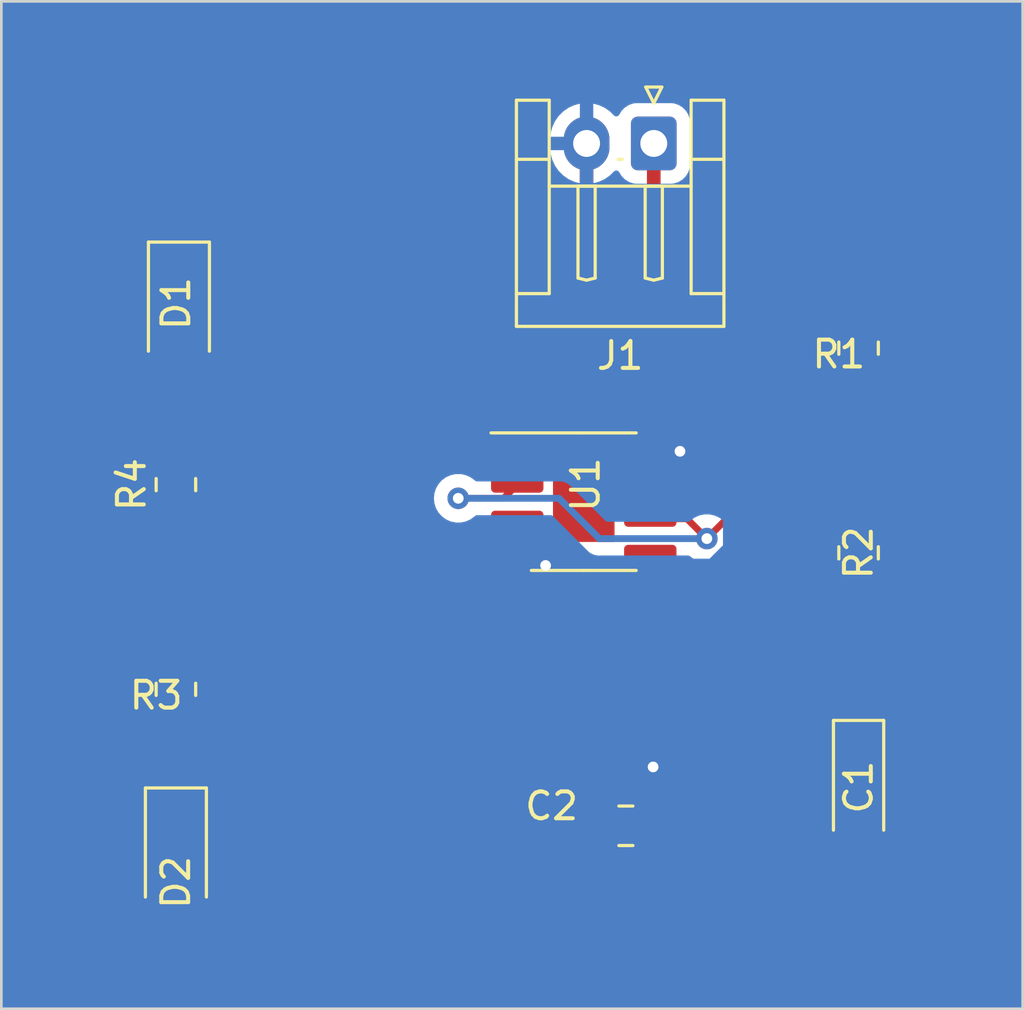
<source format=kicad_pcb>
(kicad_pcb (version 20221018) (generator pcbnew)
  (layers (0 "F.Cu" signal) (31 "B.Cu" signal) (34 "B.Paste" user) (35 "F.Paste" user) (36 "B.SilkS" user "B.Silkscreen") (37 "F.SilkS" user "F.Silkscreen") (38 "B.Mask" user) (39 "F.Mask" user) (44 "Edge.Cuts" user))
  (net 0 "")
  (net 1 "/pin_2")
  (net 2 "GND")
  (net 3 "Net-(U1-CV)")
  (net 4 "Net-(D1-A)")
  (net 5 "Net-(D2-K)")
  (net 6 "+9V")
  (net 7 "/pin_7")
  (net 8 "/pin_3")
  (footprint "Resistor_SMD:R_0805_2012Metric_Pad1.20x1.40mm_HandSolder" (layer "F.Cu") (at 149.395 73.66 -90)
    (fp_text reference "R1" (at 0.227064 0.735) (layer "F.SilkS"))
    (fp_text value "1k")
    (fp_line (start -0.227064 -0.735) (end 0.227064 -0.735) (stroke (width 0.12)) (layer "F.SilkS"))
    (fp_line (start -0.227064 0.735) (end 0.227064 0.735) (stroke (width 0.12)) (layer "F.SilkS"))
    (pad "1" smd roundrect (at -1 0 270) (size 1.2 1.4) (layers "F.Cu" "F.Paste" "F.Mask") (roundrect_rratio 0.208333) (net 6 "+9V"))
    (pad "2" smd roundrect (at 1 0 270) (size 1.2 1.4) (layers "F.Cu" "F.Paste" "F.Mask") (roundrect_rratio 0.208333) (net 7 "/pin_7"))
  )
  (footprint "Connector_JST:JST_EH_S2B-EH_1x02_P2.50mm_Horizontal" (layer "F.Cu") (at 141.775 66.04 180)
    (fp_text reference "J1" (at 1.25 -7.9) (layer "F.SilkS"))
    (fp_text value "~")
    (fp_line (start -2.61 -6.81) (end 5.11 -6.81) (stroke (width 0.12)) (layer "F.SilkS"))
    (fp_line (start -2.61 -5.59) (end -1.39 -5.59) (stroke (width 0.12)) (layer "F.SilkS"))
    (fp_line (start -2.61 1.61) (end -2.61 -6.81) (stroke (width 0.12)) (layer "F.SilkS"))
    (fp_line (start -1.39 -5.59) (end -1.39 -0.59) (stroke (width 0.12)) (layer "F.SilkS"))
    (fp_line (start -1.39 -1.59) (end 3.89 -1.59) (stroke (width 0.12)) (layer "F.SilkS"))
    (fp_line (start -1.39 -0.59) (end -2.61 -0.59) (stroke (width 0.12)) (layer "F.SilkS"))
    (fp_line (start -1.39 -0.59) (end -1.39 1.61) (stroke (width 0.12)) (layer "F.SilkS"))
    (fp_line (start -1.39 1.61) (end -2.61 1.61) (stroke (width 0.12)) (layer "F.SilkS"))
    (fp_line (start -0.32 -5.01) (end 0 -5.09) (stroke (width 0.12)) (layer "F.SilkS"))
    (fp_line (start -0.32 -1.59) (end -0.32 -5.01) (stroke (width 0.12)) (layer "F.SilkS"))
    (fp_line (start -0.3 2.1) (end 0.3 2.1) (stroke (width 0.12)) (layer "F.SilkS"))
    (fp_line (start 0 -5.09) (end 0.32 -5.01) (stroke (width 0.12)) (layer "F.SilkS"))
    (fp_line (start 0 -1.59) (end -0.32 -1.59) (stroke (width 0.12)) (layer "F.SilkS"))
    (fp_line (start 0 1.5) (end -0.3 2.1) (stroke (width 0.12)) (layer "F.SilkS"))
    (fp_line (start 0.3 2.1) (end 0 1.5) (stroke (width 0.12)) (layer "F.SilkS"))
    (fp_line (start 0.32 -5.01) (end 0.32 -1.59) (stroke (width 0.12)) (layer "F.SilkS"))
    (fp_line (start 0.32 -1.59) (end 0 -1.59) (stroke (width 0.12)) (layer "F.SilkS"))
    (fp_line (start 1.17 -0.59) (end 1.33 -0.59) (stroke (width 0.12)) (layer "F.SilkS"))
    (fp_line (start 2.18 -5.01) (end 2.5 -5.09) (stroke (width 0.12)) (layer "F.SilkS"))
    (fp_line (start 2.18 -1.59) (end 2.18 -5.01) (stroke (width 0.12)) (layer "F.SilkS"))
    (fp_line (start 2.5 -5.09) (end 2.82 -5.01) (stroke (width 0.12)) (layer "F.SilkS"))
    (fp_line (start 2.5 -1.59) (end 2.18 -1.59) (stroke (width 0.12)) (layer "F.SilkS"))
    (fp_line (start 2.82 -5.01) (end 2.82 -1.59) (stroke (width 0.12)) (layer "F.SilkS"))
    (fp_line (start 2.82 -1.59) (end 2.5 -1.59) (stroke (width 0.12)) (layer "F.SilkS"))
    (fp_line (start 3.89 -5.59) (end 3.89 -0.59) (stroke (width 0.12)) (layer "F.SilkS"))
    (fp_line (start 3.89 -0.59) (end 5.11 -0.59) (stroke (width 0.12)) (layer "F.SilkS"))
    (fp_line (start 3.89 1.61) (end 3.89 -0.59) (stroke (width 0.12)) (layer "F.SilkS"))
    (fp_line (start 5.11 -6.81) (end 5.11 1.61) (stroke (width 0.12)) (layer "F.SilkS"))
    (fp_line (start 5.11 -5.59) (end 3.89 -5.59) (stroke (width 0.12)) (layer "F.SilkS"))
    (fp_line (start 5.11 1.61) (end 3.89 1.61) (stroke (width 0.12)) (layer "F.SilkS"))
    (pad "1" thru_hole roundrect (at 0 0 180) (size 1.7 2) (drill 1) (layers "*.Cu" "*.Mask") (roundrect_rratio 0.147059) (net 6 "+9V"))
    (pad "2" thru_hole oval (at 2.5 0 180) (size 1.7 2) (drill 1) (layers "*.Cu" "*.Mask") (net 2 "GND"))
  )
  (footprint "Resistor_SMD:R_0805_2012Metric_Pad1.20x1.40mm_HandSolder" (layer "F.Cu") (at 149.395 81.28 -90)
    (fp_text reference "R2" (at 0 0 90) (layer "F.SilkS"))
    (fp_text value "10k")
    (fp_line (start -0.227064 -0.735) (end 0.227064 -0.735) (stroke (width 0.12)) (layer "F.SilkS"))
    (fp_line (start -0.227064 0.735) (end 0.227064 0.735) (stroke (width 0.12)) (layer "F.SilkS"))
    (pad "1" smd roundrect (at -1 0 270) (size 1.2 1.4) (layers "F.Cu" "F.Paste" "F.Mask") (roundrect_rratio 0.208333) (net 7 "/pin_7"))
    (pad "2" smd roundrect (at 1 0 270) (size 1.2 1.4) (layers "F.Cu" "F.Paste" "F.Mask") (roundrect_rratio 0.208333) (net 1 "/pin_2"))
  )
  (footprint "Resistor_SMD:R_0805_2012Metric_Pad1.20x1.40mm_HandSolder" (layer "F.Cu") (at 123.995 86.36 90)
    (fp_text reference "R3" (at -0.227064 -0.735) (layer "F.SilkS"))
    (fp_text value "1k")
    (fp_line (start -0.227064 -0.735) (end 0.227064 -0.735) (stroke (width 0.12)) (layer "F.SilkS"))
    (fp_line (start -0.227064 0.735) (end 0.227064 0.735) (stroke (width 0.12)) (layer "F.SilkS"))
    (pad "1" smd roundrect (at -1 0 90) (size 1.2 1.4) (layers "F.Cu" "F.Paste" "F.Mask") (roundrect_rratio 0.208333) (net 5 "Net-(D2-K)"))
    (pad "2" smd roundrect (at 1 0 90) (size 1.2 1.4) (layers "F.Cu" "F.Paste" "F.Mask") (roundrect_rratio 0.208333) (net 8 "/pin_3"))
  )
  (footprint "Capacitor_SMD:C_0805_2012Metric_Pad1.18x1.45mm_HandSolder" (layer "F.Cu") (at 140.7375 91.44)
    (fp_text reference "C2" (at -2.763752 -0.735) (layer "F.SilkS"))
    (fp_text value "0.01uF")
    (fp_line (start -0.261252 -0.735) (end 0.261252 -0.735) (stroke (width 0.12)) (layer "F.SilkS"))
    (fp_line (start -0.261252 0.735) (end 0.261252 0.735) (stroke (width 0.12)) (layer "F.SilkS"))
    (pad "1" smd roundrect (at -1.0375 0) (size 1.175 1.45) (layers "F.Cu" "F.Paste" "F.Mask") (roundrect_rratio 0.212766) (net 3 "Net-(U1-CV)"))
    (pad "2" smd roundrect (at 1.0375 0) (size 1.175 1.45) (layers "F.Cu" "F.Paste" "F.Mask") (roundrect_rratio 0.212766) (net 2 "GND"))
  )
  (footprint "Capacitor_Tantalum_SMD:CP_EIA-3216-18_Kemet-A_Pad1.58x1.35mm_HandSolder" (layer "F.Cu") (at 149.395 90.0025 -90)
    (fp_text reference "C1" (at 0 0 90) (layer "F.SilkS"))
    (fp_text value "10uF")
    (fp_line (start -2.485 -0.935) (end -2.485 0.935) (stroke (width 0.12)) (layer "F.SilkS"))
    (fp_line (start -2.485 0.935) (end 1.6 0.935) (stroke (width 0.12)) (layer "F.SilkS"))
    (fp_line (start 1.6 -0.935) (end -2.485 -0.935) (stroke (width 0.12)) (layer "F.SilkS"))
    (pad "1" smd roundrect (at -1.4375 0 270) (size 1.575 1.35) (layers "F.Cu" "F.Paste" "F.Mask") (roundrect_rratio 0.185185) (net 1 "/pin_2"))
    (pad "2" smd roundrect (at 1.4375 0 270) (size 1.575 1.35) (layers "F.Cu" "F.Paste" "F.Mask") (roundrect_rratio 0.185185) (net 2 "GND"))
  )
  (footprint "Package_SO:SOIC-8-1EP_3.9x4.9mm_P1.27mm_EP2.29x3mm" (layer "F.Cu") (at 139.17 79.375)
    (fp_text reference "U1" (at 0.065 -0.635 90) (layer "F.SilkS"))
    (fp_text value "~")
    (fp_line (start 0 -2.56) (end -3.45 -2.56) (stroke (width 0.12)) (layer "F.SilkS"))
    (fp_line (start 0 -2.56) (end 1.95 -2.56) (stroke (width 0.12)) (layer "F.SilkS"))
    (fp_line (start 0 2.56) (end -1.95 2.56) (stroke (width 0.12)) (layer "F.SilkS"))
    (fp_line (start 0 2.56) (end 1.95 2.56) (stroke (width 0.12)) (layer "F.SilkS"))
    (pad "1" smd roundrect (at -2.475 -1.905) (size 1.95 0.6) (layers "F.Cu" "F.Paste" "F.Mask") (net 2 "GND"))
    (pad "2" smd roundrect (at -2.475 -0.635) (size 1.95 0.6) (layers "F.Cu" "F.Paste" "F.Mask") (net 1 "/pin_2"))
    (pad "3" smd roundrect (at -2.475 0.635) (size 1.95 0.6) (layers "F.Cu" "F.Paste" "F.Mask"))
    (pad "4" smd roundrect (at -2.475 1.905) (size 1.95 0.6) (layers "F.Cu" "F.Paste" "F.Mask") (net 6 "+9V"))
    (pad "5" smd roundrect (at 2.475 1.905) (size 1.95 0.6) (layers "F.Cu" "F.Paste" "F.Mask") (net 3 "Net-(U1-CV)"))
    (pad "6" smd roundrect (at 2.475 0.635) (size 1.95 0.6) (layers "F.Cu" "F.Paste" "F.Mask") (net 1 "/pin_2"))
    (pad "7" smd roundrect (at 2.475 -0.635) (size 1.95 0.6) (layers "F.Cu" "F.Paste" "F.Mask") (net 7 "/pin_7"))
    (pad "8" smd roundrect (at 2.475 -1.905) (size 1.95 0.6) (layers "F.Cu" "F.Paste" "F.Mask") (net 6 "+9V"))
    (pad "9" smd rect (at 0 0) (size 2.29 3) (layers "F.Cu" "F.Mask"))
  )
  (footprint "Resistor_SMD:R_0805_2012Metric_Pad1.20x1.40mm_HandSolder" (layer "F.Cu") (at 123.995 78.74 90)
    (fp_text reference "R4" (at 0 -1.65 90) (layer "F.SilkS"))
    (fp_text value "1k")
    (fp_line (start -0.227064 -0.735) (end 0.227064 -0.735) (stroke (width 0.12)) (layer "F.SilkS"))
    (fp_line (start -0.227064 0.735) (end 0.227064 0.735) (stroke (width 0.12)) (layer "F.SilkS"))
    (pad "1" smd roundrect (at -1 0 90) (size 1.2 1.4) (layers "F.Cu" "F.Paste" "F.Mask") (roundrect_rratio 0.208333) (net 8 "/pin_3"))
    (pad "2" smd roundrect (at 1 0 90) (size 1.2 1.4) (layers "F.Cu" "F.Paste" "F.Mask") (roundrect_rratio 0.208333) (net 4 "Net-(D1-A)"))
  )
  (footprint "LED_SMD:LED_1206_3216Metric_Pad1.42x1.75mm_HandSolder" (layer "F.Cu") (at 123.995 92.4925 -90)
    (fp_text reference "D2" (at 1.0525 0 90) (layer "F.SilkS"))
    (fp_text value "LED")
    (fp_line (start -2.46 -1.135) (end -2.46 1.135) (stroke (width 0.12)) (layer "F.SilkS"))
    (fp_line (start -2.46 1.135) (end 1.6 1.135) (stroke (width 0.12)) (layer "F.SilkS"))
    (fp_line (start 1.6 -1.135) (end -2.46 -1.135) (stroke (width 0.12)) (layer "F.SilkS"))
    (pad "1" smd roundrect (at -1.4875 0 270) (size 1.425 1.75) (layers "F.Cu" "F.Paste" "F.Mask") (roundrect_rratio 0.175439) (net 5 "Net-(D2-K)"))
    (pad "2" smd roundrect (at 1.4875 0 270) (size 1.425 1.75) (layers "F.Cu" "F.Paste" "F.Mask") (roundrect_rratio 0.175439) (net 6 "+9V"))
  )
  (footprint "LED_SMD:LED_1206_3216Metric_Pad1.42x1.75mm_HandSolder" (layer "F.Cu") (at 124.1075 72.1725 -90)
    (fp_text reference "D1" (at -0.1725 0.1075 90) (layer "F.SilkS"))
    (fp_text value "LED")
    (fp_line (start -2.46 -1.135) (end -2.46 1.135) (stroke (width 0.12)) (layer "F.SilkS"))
    (fp_line (start -2.46 1.135) (end 1.6 1.135) (stroke (width 0.12)) (layer "F.SilkS"))
    (fp_line (start 1.6 -1.135) (end -2.46 -1.135) (stroke (width 0.12)) (layer "F.SilkS"))
    (pad "1" smd roundrect (at -1.4875 0 270) (size 1.425 1.75) (layers "F.Cu" "F.Paste" "F.Mask") (roundrect_rratio 0.175439) (net 2 "GND"))
    (pad "2" smd roundrect (at 1.4875 0 270) (size 1.425 1.75) (layers "F.Cu" "F.Paste" "F.Mask") (roundrect_rratio 0.175439) (net 4 "Net-(D1-A)"))
  )
  (gr_rect (start 117.5 60.75) (end 155.5 98.25) (stroke (width 0.1)) (fill none) (layer "Edge.Cuts"))
  (segment (start 149.395 82.28) (end 149.395 88.565) (width 0.254) (layer "F.Cu") (net 1))
  (segment (start 143.01 80.01) (end 141.645 80.01) (width 0.254) (layer "F.Cu") (net 1))
  (segment (start 147.125 80.01) (end 149.395 82.28) (width 0.254) (layer "F.Cu") (net 1))
  (segment (start 134.5 79.25) (end 136.185 79.25) (width 0.254) (layer "F.Cu") (net 1))
  (segment (start 143.75 80.75) (end 144.49 80.01) (width 0.254) (layer "F.Cu") (net 1))
  (segment (start 144.49 80.01) (end 147.125 80.01) (width 0.254) (layer "F.Cu") (net 1))
  (segment (start 143.75 80.75) (end 143.01 80.01) (width 0.254) (layer "F.Cu") (net 1))
  (segment (start 136.185 79.25) (end 136.695 78.74) (width 0.254) (layer "F.Cu") (net 1))
  (via (at 143.75 80.75) (size 0.8) (drill 0.4) (layers "F.Cu" "B.Cu") (net 1))
  (via (at 134.5 79.25) (size 0.8) (drill 0.4) (layers "F.Cu" "B.Cu") (net 1))
  (segment (start 143.75 80.75) (end 139.75 80.75) (width 0.254) (layer "B.Cu") (net 1))
  (segment (start 139.75 80.75) (end 138.25 79.25) (width 0.254) (layer "B.Cu") (net 1))
  (segment (start 138.25 79.25) (end 134.5 79.25) (width 0.254) (layer "B.Cu") (net 1))
  (segment (start 149.395 91.44) (end 141.775 91.44) (width 0.508) (layer "F.Cu") (net 2))
  (segment (start 130.4225 77) (end 124.1075 70.685) (width 0.508) (layer "F.Cu") (net 2))
  (segment (start 136.225 77) (end 130.4225 77) (width 0.508) (layer "F.Cu") (net 2))
  (segment (start 141.75 91.415) (end 141.775 91.44) (width 0.508) (layer "F.Cu") (net 2))
  (segment (start 139.275 66.04) (end 139.275 74.89) (width 0.508) (layer "F.Cu") (net 2))
  (segment (start 141.775 91.525) (end 141.75 91.5) (width 0.508) (layer "F.Cu") (net 2))
  (segment (start 136.695 77.47) (end 136.225 77) (width 0.508) (layer "F.Cu") (net 2))
  (segment (start 141.75 89.25) (end 141.75 91.415) (width 0.508) (layer "F.Cu") (net 2))
  (segment (start 139.275 74.89) (end 136.695 77.47) (width 0.508) (layer "F.Cu") (net 2))
  (via (at 141.75 89.25) (size 0.8) (drill 0.4) (layers "F.Cu" "B.Cu") (net 2))
  (segment (start 139.7 83.225) (end 141.645 81.28) (width 0.254) (layer "F.Cu") (net 3))
  (segment (start 139.7 91.44) (end 139.7 83.225) (width 0.254) (layer "F.Cu") (net 3))
  (segment (start 123.995 77.74) (end 123.995 73.66) (width 0.254) (layer "F.Cu") (net 4))
  (segment (start 123.995 91.005) (end 123.995 87.36) (width 0.254) (layer "F.Cu") (net 5))
  (segment (start 142.75 77.5) (end 142.72 77.47) (width 0.508) (layer "F.Cu") (net 6))
  (segment (start 136.63 81.28) (end 136.695 81.28) (width 0.25) (layer "F.Cu") (net 6))
  (segment (start 149.395 72.66) (end 144.585 77.47) (width 0.508) (layer "F.Cu") (net 6))
  (segment (start 141.775 77.34) (end 141.645 77.47) (width 0.25) (layer "F.Cu") (net 6))
  (segment (start 136.695 81.28) (end 123.995 93.98) (width 0.508) (layer "F.Cu") (net 6))
  (segment (start 141.775 66.04) (end 141.775 77.34) (width 0.508) (layer "F.Cu") (net 6))
  (segment (start 137.75 81.75) (end 137.165 81.75) (width 0.508) (layer "F.Cu") (net 6))
  (segment (start 144.585 77.47) (end 142.78 77.47) (width 0.508) (layer "F.Cu") (net 6))
  (segment (start 137.165 81.75) (end 136.695 81.28) (width 0.508) (layer "F.Cu") (net 6))
  (segment (start 136.59 81.24) (end 136.63 81.28) (width 0.25) (layer "F.Cu") (net 6))
  (segment (start 142.72 77.47) (end 141.645 77.47) (width 0.508) (layer "F.Cu") (net 6))
  (segment (start 142.78 77.47) (end 142.75 77.5) (width 0.508) (layer "F.Cu") (net 6))
  (via (at 142.75 77.5) (size 0.8) (drill 0.4) (layers "F.Cu" "B.Cu") (net 6))
  (via (at 137.75 81.75) (size 0.8) (drill 0.4) (layers "F.Cu" "B.Cu") (net 6))
  (segment (start 144.604 81.103739) (end 143.957739 81.75) (width 0.508) (layer "B.Cu") (net 6))
  (segment (start 142.75 77.5) (end 144.604 79.354) (width 0.508) (layer "B.Cu") (net 6))
  (segment (start 143.957739 81.75) (end 137.75 81.75) (width 0.508) (layer "B.Cu") (net 6))
  (segment (start 144.604 79.354) (end 144.604 81.103739) (width 0.508) (layer "B.Cu") (net 6))
  (segment (start 149.395 74.66) (end 149.395 80.28) (width 0.254) (layer "F.Cu") (net 7))
  (segment (start 147.855 78.74) (end 141.645 78.74) (width 0.254) (layer "F.Cu") (net 7))
  (segment (start 149.395 80.28) (end 147.855 78.74) (width 0.254) (layer "F.Cu") (net 7))
  (segment (start 123.995 82.5) (end 123.995 85.36) (width 0.254) (layer "F.Cu") (net 8))
  (segment (start 123.995 82.5) (end 123.995 79.74) (width 0.254) (layer "F.Cu") (net 8))
  (zone (net 2) (net_name "GND") (layer "B.Cu") (connect_pads (clearance 0.5)) (min_thickness 0.25) (fill yes (thermal_gap 0.5) (thermal_bridge_width 0.5))
    (polygon (pts (xy 117.5 60.75) (xy 155.5 60.75) (xy 155.5 98.25) (xy 117.5 98.25)))
  )
)
</source>
